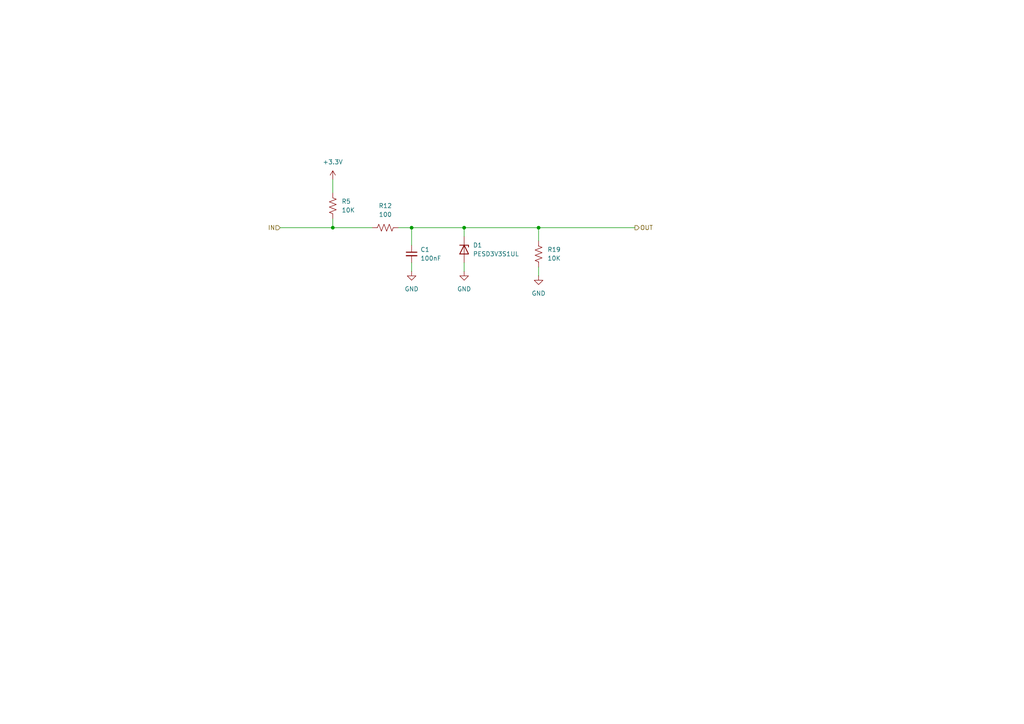
<source format=kicad_sch>
(kicad_sch (version 20250114) (generator "eeschema") (generator_version "9.0")
  (paper "A4")
  (lib_symbols
    (symbol "Device:C_Small" (pin_numbers (hide yes)) (pin_names (offset 0.254) (hide yes))
      (property "Reference" "C" (at 0.254 1.778 0))
      (property "Value" "C_Small" (at 0.254 -2.032 0))
      (symbol "C_Small_0_1"
        (polyline (pts (xy -1.524 0.508) (xy 1.524 0.508)) (stroke (width 0.3048)))
        (polyline (pts (xy -1.524 -0.508) (xy 1.524 -0.508)) (stroke (width 0.3302)))
      )
      (symbol "C_Small_1_1"
        (pin passive line (at 0 2.54 270) (length 2.032) (name "~") (number "1"))
        (pin passive line (at 0 -2.54 90) (length 2.032) (name "~") (number "2"))
      )
    )
    (symbol "Device:R_US" (pin_numbers (hide yes)) (pin_names (offset 0))
      (property "Reference" "R" (at 2.54 0 90))
      (property "Value" "R_US" (at -2.54 0 90))
      (symbol "R_US_0_1"
        (polyline (pts (xy 0 2.286) (xy 0 2.54)))
        (polyline (pts (xy 0 2.286) (xy 1.016 1.905) (xy 0 1.524) (xy -1.016 1.143) (xy 0 0.762)))
        (polyline (pts (xy 0 0.762) (xy 1.016 0.381) (xy 0 0) (xy -1.016 -0.381) (xy 0 -0.762)))
        (polyline (pts (xy 0 -0.762) (xy 1.016 -1.143) (xy 0 -1.524) (xy -1.016 -1.905) (xy 0 -2.286)))
        (polyline (pts (xy 0 -2.286) (xy 0 -2.54)))
      )
      (symbol "R_US_1_1"
        (pin passive line (at 0 3.81 270) (length 1.27) (name "~") (number "1"))
        (pin passive line (at 0 -3.81 90) (length 1.27) (name "~") (number "2"))
      )
    )
    (symbol "Diode:PESD3V3S1UL" (pin_numbers (hide yes)) (pin_names (hide yes))
      (property "Reference" "D" (at 0 2.54 0))
      (property "Value" "PESD3V3S1UL" (at 0 -2.54 0))
      (symbol "PESD3V3S1UL_0_1"
        (polyline (pts (xy -1.27 -1.27) (xy -1.27 1.27) (xy -0.762 1.27)) (stroke (width 0.254)))
        (polyline (pts (xy 1.27 0) (xy -1.27 0)))
        (polyline (pts (xy 1.27 -1.27) (xy 1.27 1.27) (xy -1.27 0) (xy 1.27 -1.27)) (stroke (width 0.254)))
      )
      (symbol "PESD3V3S1UL_1_1"
        (pin passive line (at -3.81 0 0) (length 2.54) (name "K") (number "1"))
        (pin passive line (at 3.81 0 180) (length 2.54) (name "A") (number "2"))
      )
    )
    (symbol "power:+3.3V" (power) (pin_numbers (hide yes)) (pin_names (offset 0) (hide yes))
      (property "Value" "+3.3V" (at 0 3.556 0))
      (symbol "+3.3V_0_1"
        (polyline (pts (xy -0.762 1.27) (xy 0 2.54)))
        (polyline (pts (xy 0 2.54) (xy 0.762 1.27)))
        (polyline (pts (xy 0 0) (xy 0 2.54)))
      )
      (symbol "+3.3V_1_1"
        (pin power_in line (at 0 0 90) (length 0) (name "~") (number "1"))
      )
    )
    (symbol "power:GND" (power) (pin_numbers (hide yes)) (pin_names (offset 0) (hide yes))
      (property "Value" "GND" (at 0 -3.81 0))
      (symbol "GND_0_1"
        (polyline (pts (xy 0 0) (xy 0 -1.27) (xy 1.27 -1.27) (xy 0 -2.54) (xy -1.27 -1.27) (xy 0 -1.27)))
      )
      (symbol "GND_1_1"
        (pin power_in line (at 0 0 270) (length 0) (name "~") (number "1"))
      )
    )
  )
  (junction (at 156.21 66.04))
  (junction (at 134.62 66.04))
  (junction (at 119.38 66.04))
  (junction (at 96.52 66.04))
  (wire (pts (xy 156.21 66.04) (xy 156.21 69.85)))
  (wire (pts (xy 119.38 76.2) (xy 119.38 78.74)))
  (wire (pts (xy 81.28 66.04) (xy 96.52 66.04)))
  (wire (pts (xy 119.38 66.04) (xy 115.57 66.04)))
  (wire (pts (xy 96.52 63.5) (xy 96.52 66.04)))
  (wire (pts (xy 134.62 68.58) (xy 134.62 66.04)))
  (wire (pts (xy 96.52 66.04) (xy 107.95 66.04)))
  (wire (pts (xy 119.38 66.04) (xy 134.62 66.04)))
  (wire (pts (xy 156.21 77.47) (xy 156.21 80.01)))
  (wire (pts (xy 156.21 66.04) (xy 184.15 66.04)))
  (wire (pts (xy 96.52 52.07) (xy 96.52 55.88)))
  (wire (pts (xy 134.62 76.2) (xy 134.62 78.74)))
  (wire (pts (xy 134.62 66.04) (xy 156.21 66.04)))
  (wire (pts (xy 119.38 66.04) (xy 119.38 71.12)))
  (hierarchical_label "IN" (shape input) (at 81.28 66.04 180))
  (hierarchical_label "OUT" (shape output) (at 184.15 66.04 0))
  (symbol (lib_id "Device:R_US") (at 156.21 73.66 0) (unit 1)
    (property "Reference" "R19" (at 158.75 72.3899 0) (effects (justify left)))
    (property "Value" "10K" (at 158.75 74.9299 0) (effects (justify left)))
    (property "Description" "Resistor, US symbol" (effects (hide yes)))
    (instances (project "micro_puerta" (path "" (reference "R19") (unit 1)) (path "" (reference "R25") (unit 1)) (path "" (reference "R20") (unit 1)) (path "" (reference "R21") (unit 1)) (path "" (reference "R24") (unit 1)) (path "" (reference "R23") (unit 1)) (path "" (reference "R22") (unit 1))))
  )
  (symbol (lib_id "power:+3.3V") (at 96.52 52.07 0) (unit 1)
    (property "Reference" "#PWR025" (effects (hide yes)))
    (property "Value" "+3.3V" (at 96.52 46.99 0))
    (property "Description" "Power symbol creates a global label with name \"+3.3V\"" (effects (hide yes)))
    (instances (project "" (path "" (reference "#PWR025") (unit 1)) (path "" (reference "#PWR031") (unit 1)) (path "" (reference "#PWR026") (unit 1)) (path "" (reference "#PWR027") (unit 1)) (path "" (reference "#PWR030") (unit 1)) (path "" (reference "#PWR029") (unit 1)) (path "" (reference "#PWR028") (unit 1))))
  )
  (symbol (lib_id "power:GND") (at 156.21 80.01 0) (unit 1)
    (property "Reference" "#PWR032" (effects (hide yes)))
    (property "Value" "GND" (at 156.21 85.09 0))
    (property "Description" "Power symbol creates a global label with name \"GND\" , ground" (effects (hide yes)))
    (instances (project "micro_puerta" (path "" (reference "#PWR032") (unit 1)) (path "" (reference "#PWR038") (unit 1)) (path "" (reference "#PWR033") (unit 1)) (path "" (reference "#PWR034") (unit 1)) (path "" (reference "#PWR037") (unit 1)) (path "" (reference "#PWR036") (unit 1)) (path "" (reference "#PWR035") (unit 1))))
  )
  (symbol (lib_id "Diode:PESD3V3S1UL") (at 134.62 72.39 270) (unit 1)
    (property "Reference" "D1" (at 137.16 71.1199 90) (effects (justify left)))
    (property "Value" "PESD3V3S1UL" (at 137.16 73.6599 90) (effects (justify left)))
    (property "Footprint" "Diode_SMD:D_SOD-882" (effects (hide yes)))
    (property "Datasheet" "https://assets.nexperia.com/documents/data-sheet/PESD3V3S1UL.pdf" (effects (hide yes)))
    (property "Description" "Unidirectional ESD protection diode, 3.3V, SOD-882" (effects (hide yes)))
    (instances (project "" (path "" (reference "D1") (unit 1)) (path "" (reference "D7") (unit 1)) (path "" (reference "D2") (unit 1)) (path "" (reference "D3") (unit 1)) (path "" (reference "D6") (unit 1)) (path "" (reference "D5") (unit 1)) (path "" (reference "D4") (unit 1))))
  )
  (symbol (lib_id "power:GND") (at 134.62 78.74 0) (unit 1)
    (property "Reference" "#PWR018" (effects (hide yes)))
    (property "Value" "GND" (at 134.62 83.82 0))
    (property "Description" "Power symbol creates a global label with name \"GND\" , ground" (effects (hide yes)))
    (instances (project "micro_puerta" (path "" (reference "#PWR018") (unit 1)) (path "" (reference "#PWR024") (unit 1)) (path "" (reference "#PWR019") (unit 1)) (path "" (reference "#PWR020") (unit 1)) (path "" (reference "#PWR023") (unit 1)) (path "" (reference "#PWR022") (unit 1)) (path "" (reference "#PWR021") (unit 1))))
  )
  (symbol (lib_id "Device:R_US") (at 111.76 66.04 90) (unit 1)
    (property "Reference" "R12" (at 111.76 59.69 90))
    (property "Value" "100" (at 111.76 62.23 90))
    (property "Description" "Resistor, US symbol" (effects (hide yes)))
    (instances (project "micro_puerta" (path "" (reference "R12") (unit 1)) (path "" (reference "R18") (unit 1)) (path "" (reference "R13") (unit 1)) (path "" (reference "R14") (unit 1)) (path "" (reference "R17") (unit 1)) (path "" (reference "R16") (unit 1)) (path "" (reference "R15") (unit 1))))
  )
  (symbol (lib_id "Device:R_US") (at 96.52 59.69 0) (unit 1)
    (property "Reference" "R5" (at 99.06 58.4199 0) (effects (justify left)))
    (property "Value" "10K" (at 99.06 60.9599 0) (effects (justify left)))
    (property "Description" "Resistor, US symbol" (effects (hide yes)))
    (instances (project "" (path "" (reference "R5") (unit 1)) (path "" (reference "R11") (unit 1)) (path "" (reference "R6") (unit 1)) (path "" (reference "R7") (unit 1)) (path "" (reference "R10") (unit 1)) (path "" (reference "R9") (unit 1)) (path "" (reference "R8") (unit 1))))
  )
  (symbol (lib_id "power:GND") (at 119.38 78.74 0) (unit 1)
    (property "Reference" "#PWR011" (effects (hide yes)))
    (property "Value" "GND" (at 119.38 83.82 0))
    (property "Description" "Power symbol creates a global label with name \"GND\" , ground" (effects (hide yes)))
    (instances (project "" (path "" (reference "#PWR011") (unit 1)) (path "" (reference "#PWR017") (unit 1)) (path "" (reference "#PWR012") (unit 1)) (path "" (reference "#PWR013") (unit 1)) (path "" (reference "#PWR016") (unit 1)) (path "" (reference "#PWR015") (unit 1)) (path "" (reference "#PWR014") (unit 1))))
  )
  (symbol (lib_id "Device:C_Small") (at 119.38 73.66 0) (unit 1)
    (property "Reference" "C1" (at 121.92 72.3962 0) (effects (justify left)))
    (property "Value" "100nF" (at 121.92 74.9362 0) (effects (justify left)))
    (property "Description" "Unpolarized capacitor, small symbol" (effects (hide yes)))
    (instances (project "" (path "" (reference "C1") (unit 1)) (path "" (reference "C7") (unit 1)) (path "" (reference "C2") (unit 1)) (path "" (reference "C3") (unit 1)) (path "" (reference "C6") (unit 1)) (path "" (reference "C5") (unit 1)) (path "" (reference "C4") (unit 1))))
  )
)
</source>
